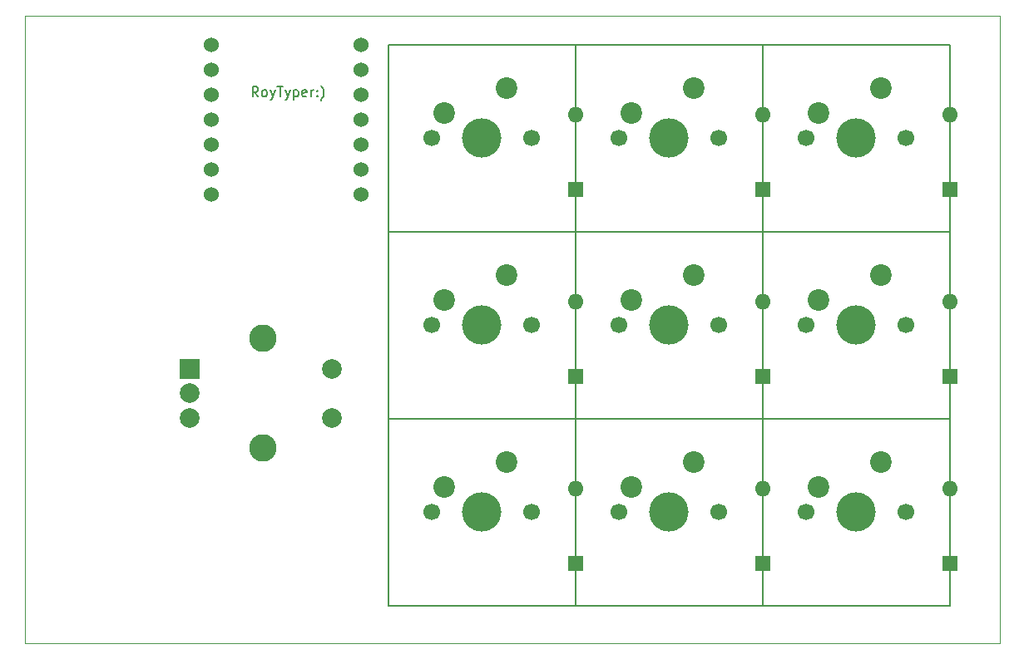
<source format=gbr>
%TF.GenerationSoftware,KiCad,Pcbnew,8.0.8*%
%TF.CreationDate,2025-02-16T15:54:53+05:30*%
%TF.ProjectId,RoyTyper,526f7954-7970-4657-922e-6b696361645f,rev?*%
%TF.SameCoordinates,Original*%
%TF.FileFunction,Soldermask,Bot*%
%TF.FilePolarity,Negative*%
%FSLAX46Y46*%
G04 Gerber Fmt 4.6, Leading zero omitted, Abs format (unit mm)*
G04 Created by KiCad (PCBNEW 8.0.8) date 2025-02-16 15:54:53*
%MOMM*%
%LPD*%
G01*
G04 APERTURE LIST*
%ADD10C,1.700000*%
%ADD11C,4.000000*%
%ADD12C,2.200000*%
%ADD13R,2.000000X2.000000*%
%ADD14C,2.000000*%
%ADD15C,2.800000*%
%ADD16C,1.524000*%
%ADD17R,1.600000X1.600000*%
%ADD18O,1.600000X1.600000*%
%ADD19C,0.150000*%
%TA.AperFunction,Profile*%
%ADD20C,0.050000*%
%TD*%
G04 APERTURE END LIST*
D10*
%TO.C,SW3*%
X132770000Y-69850000D03*
D11*
X137850000Y-69850000D03*
D10*
X142930000Y-69850000D03*
D12*
X140390000Y-64770000D03*
X134040000Y-67310000D03*
%TD*%
D10*
%TO.C,SW6*%
X132770000Y-88900000D03*
D11*
X137850000Y-88900000D03*
D10*
X142930000Y-88900000D03*
D12*
X140390000Y-83820000D03*
X134040000Y-86360000D03*
%TD*%
D10*
%TO.C,SW1*%
X94670000Y-69850000D03*
D11*
X99750000Y-69850000D03*
D10*
X104830000Y-69850000D03*
D12*
X102290000Y-64770000D03*
X95940000Y-67310000D03*
%TD*%
D10*
%TO.C,SW4*%
X94670000Y-88900000D03*
D11*
X99750000Y-88900000D03*
D10*
X104830000Y-88900000D03*
D12*
X102290000Y-83820000D03*
X95940000Y-86360000D03*
%TD*%
D10*
%TO.C,SW5*%
X113720000Y-88900000D03*
D11*
X118800000Y-88900000D03*
D10*
X123880000Y-88900000D03*
D12*
X121340000Y-83820000D03*
X114990000Y-86360000D03*
%TD*%
D10*
%TO.C,SW2*%
X113720000Y-69850000D03*
D11*
X118800000Y-69850000D03*
D10*
X123880000Y-69850000D03*
D12*
X121340000Y-64770000D03*
X114990000Y-67310000D03*
%TD*%
D13*
%TO.C,SW11*%
X69975000Y-93325000D03*
D14*
X69975000Y-98325000D03*
X69975000Y-95825000D03*
D15*
X77475000Y-90225000D03*
X77475000Y-101425000D03*
D14*
X84475000Y-93325000D03*
X84475000Y-98325000D03*
%TD*%
D10*
%TO.C,SW9*%
X132770000Y-107950000D03*
D11*
X137850000Y-107950000D03*
D10*
X142930000Y-107950000D03*
D12*
X140390000Y-102870000D03*
X134040000Y-105410000D03*
%TD*%
D10*
%TO.C,SW7*%
X94670000Y-107950000D03*
D11*
X99750000Y-107950000D03*
D10*
X104830000Y-107950000D03*
D12*
X102290000Y-102870000D03*
X95940000Y-105410000D03*
%TD*%
D10*
%TO.C,SW8*%
X113720000Y-107950000D03*
D11*
X118800000Y-107950000D03*
D10*
X123880000Y-107950000D03*
D12*
X121340000Y-102870000D03*
X114990000Y-105410000D03*
%TD*%
D16*
%TO.C,U1*%
X72225000Y-60325000D03*
X72225000Y-62865000D03*
X72225000Y-65405000D03*
X72225000Y-67945000D03*
X72225000Y-70485000D03*
X72225000Y-73025000D03*
X72225000Y-75565000D03*
X87465000Y-75565000D03*
X87465000Y-73025000D03*
X87465000Y-70485000D03*
X87465000Y-67945000D03*
X87465000Y-65405000D03*
X87465000Y-62865000D03*
X87465000Y-60325000D03*
%TD*%
D17*
%TO.C,D8*%
X128325000Y-113188750D03*
D18*
X128325000Y-105568750D03*
%TD*%
D17*
%TO.C,D7*%
X109275000Y-113188750D03*
D18*
X109275000Y-105568750D03*
%TD*%
D17*
%TO.C,D3*%
X147375000Y-75088750D03*
D18*
X147375000Y-67468750D03*
%TD*%
D17*
%TO.C,D9*%
X147375000Y-113188750D03*
D18*
X147375000Y-105568750D03*
%TD*%
D17*
%TO.C,D6*%
X147375000Y-94138750D03*
D18*
X147375000Y-86518750D03*
%TD*%
D17*
%TO.C,D2*%
X128325000Y-75088750D03*
D18*
X128325000Y-67468750D03*
%TD*%
D17*
%TO.C,D5*%
X128325000Y-94138750D03*
D18*
X128325000Y-86518750D03*
%TD*%
D17*
%TO.C,D1*%
X109275000Y-75088750D03*
D18*
X109275000Y-67468750D03*
%TD*%
D17*
%TO.C,D4*%
X109275000Y-94138750D03*
D18*
X109275000Y-86518750D03*
%TD*%
D19*
%TO.C,SW3*%
X128325000Y-60325000D02*
X147375000Y-60325000D01*
X128325000Y-79375000D02*
X128325000Y-60325000D01*
X147375000Y-60325000D02*
X147375000Y-79375000D01*
X147375000Y-79375000D02*
X128325000Y-79375000D01*
%TO.C,SW6*%
X128325000Y-79375000D02*
X147375000Y-79375000D01*
X128325000Y-98425000D02*
X128325000Y-79375000D01*
X147375000Y-79375000D02*
X147375000Y-98425000D01*
X147375000Y-98425000D02*
X128325000Y-98425000D01*
%TO.C,SW1*%
X90225000Y-60325000D02*
X109275000Y-60325000D01*
X90225000Y-79375000D02*
X90225000Y-60325000D01*
X109275000Y-60325000D02*
X109275000Y-79375000D01*
X109275000Y-79375000D02*
X90225000Y-79375000D01*
%TO.C,SW4*%
X90225000Y-79375000D02*
X109275000Y-79375000D01*
X90225000Y-98425000D02*
X90225000Y-79375000D01*
X109275000Y-79375000D02*
X109275000Y-98425000D01*
X109275000Y-98425000D02*
X90225000Y-98425000D01*
%TO.C,SW5*%
X109275000Y-79375000D02*
X128325000Y-79375000D01*
X109275000Y-98425000D02*
X109275000Y-79375000D01*
X128325000Y-79375000D02*
X128325000Y-98425000D01*
X128325000Y-98425000D02*
X109275000Y-98425000D01*
%TO.C,SW2*%
X109275000Y-60325000D02*
X128325000Y-60325000D01*
X109275000Y-79375000D02*
X109275000Y-60325000D01*
X128325000Y-60325000D02*
X128325000Y-79375000D01*
X128325000Y-79375000D02*
X109275000Y-79375000D01*
%TO.C,SW9*%
X128325000Y-98425000D02*
X147375000Y-98425000D01*
X128325000Y-117475000D02*
X128325000Y-98425000D01*
X147375000Y-98425000D02*
X147375000Y-117475000D01*
X147375000Y-117475000D02*
X128325000Y-117475000D01*
%TO.C,SW7*%
X90225000Y-98425000D02*
X109275000Y-98425000D01*
X90225000Y-117475000D02*
X90225000Y-98425000D01*
X109275000Y-98425000D02*
X109275000Y-117475000D01*
X109275000Y-117475000D02*
X90225000Y-117475000D01*
%TO.C,SW8*%
X109275000Y-98425000D02*
X128325000Y-98425000D01*
X109275000Y-117475000D02*
X109275000Y-98425000D01*
X128325000Y-98425000D02*
X128325000Y-117475000D01*
X128325000Y-117475000D02*
X109275000Y-117475000D01*
%TD*%
D20*
X53215000Y-57345000D02*
X152445000Y-57345000D01*
X152445000Y-121285000D01*
X53215000Y-121285000D01*
X53215000Y-57345000D01*
D19*
X76983207Y-65604819D02*
X76649874Y-65128628D01*
X76411779Y-65604819D02*
X76411779Y-64604819D01*
X76411779Y-64604819D02*
X76792731Y-64604819D01*
X76792731Y-64604819D02*
X76887969Y-64652438D01*
X76887969Y-64652438D02*
X76935588Y-64700057D01*
X76935588Y-64700057D02*
X76983207Y-64795295D01*
X76983207Y-64795295D02*
X76983207Y-64938152D01*
X76983207Y-64938152D02*
X76935588Y-65033390D01*
X76935588Y-65033390D02*
X76887969Y-65081009D01*
X76887969Y-65081009D02*
X76792731Y-65128628D01*
X76792731Y-65128628D02*
X76411779Y-65128628D01*
X77554636Y-65604819D02*
X77459398Y-65557200D01*
X77459398Y-65557200D02*
X77411779Y-65509580D01*
X77411779Y-65509580D02*
X77364160Y-65414342D01*
X77364160Y-65414342D02*
X77364160Y-65128628D01*
X77364160Y-65128628D02*
X77411779Y-65033390D01*
X77411779Y-65033390D02*
X77459398Y-64985771D01*
X77459398Y-64985771D02*
X77554636Y-64938152D01*
X77554636Y-64938152D02*
X77697493Y-64938152D01*
X77697493Y-64938152D02*
X77792731Y-64985771D01*
X77792731Y-64985771D02*
X77840350Y-65033390D01*
X77840350Y-65033390D02*
X77887969Y-65128628D01*
X77887969Y-65128628D02*
X77887969Y-65414342D01*
X77887969Y-65414342D02*
X77840350Y-65509580D01*
X77840350Y-65509580D02*
X77792731Y-65557200D01*
X77792731Y-65557200D02*
X77697493Y-65604819D01*
X77697493Y-65604819D02*
X77554636Y-65604819D01*
X78221303Y-64938152D02*
X78459398Y-65604819D01*
X78697493Y-64938152D02*
X78459398Y-65604819D01*
X78459398Y-65604819D02*
X78364160Y-65842914D01*
X78364160Y-65842914D02*
X78316541Y-65890533D01*
X78316541Y-65890533D02*
X78221303Y-65938152D01*
X78935589Y-64604819D02*
X79507017Y-64604819D01*
X79221303Y-65604819D02*
X79221303Y-64604819D01*
X79745113Y-64938152D02*
X79983208Y-65604819D01*
X80221303Y-64938152D02*
X79983208Y-65604819D01*
X79983208Y-65604819D02*
X79887970Y-65842914D01*
X79887970Y-65842914D02*
X79840351Y-65890533D01*
X79840351Y-65890533D02*
X79745113Y-65938152D01*
X80602256Y-64938152D02*
X80602256Y-65938152D01*
X80602256Y-64985771D02*
X80697494Y-64938152D01*
X80697494Y-64938152D02*
X80887970Y-64938152D01*
X80887970Y-64938152D02*
X80983208Y-64985771D01*
X80983208Y-64985771D02*
X81030827Y-65033390D01*
X81030827Y-65033390D02*
X81078446Y-65128628D01*
X81078446Y-65128628D02*
X81078446Y-65414342D01*
X81078446Y-65414342D02*
X81030827Y-65509580D01*
X81030827Y-65509580D02*
X80983208Y-65557200D01*
X80983208Y-65557200D02*
X80887970Y-65604819D01*
X80887970Y-65604819D02*
X80697494Y-65604819D01*
X80697494Y-65604819D02*
X80602256Y-65557200D01*
X81887970Y-65557200D02*
X81792732Y-65604819D01*
X81792732Y-65604819D02*
X81602256Y-65604819D01*
X81602256Y-65604819D02*
X81507018Y-65557200D01*
X81507018Y-65557200D02*
X81459399Y-65461961D01*
X81459399Y-65461961D02*
X81459399Y-65081009D01*
X81459399Y-65081009D02*
X81507018Y-64985771D01*
X81507018Y-64985771D02*
X81602256Y-64938152D01*
X81602256Y-64938152D02*
X81792732Y-64938152D01*
X81792732Y-64938152D02*
X81887970Y-64985771D01*
X81887970Y-64985771D02*
X81935589Y-65081009D01*
X81935589Y-65081009D02*
X81935589Y-65176247D01*
X81935589Y-65176247D02*
X81459399Y-65271485D01*
X82364161Y-65604819D02*
X82364161Y-64938152D01*
X82364161Y-65128628D02*
X82411780Y-65033390D01*
X82411780Y-65033390D02*
X82459399Y-64985771D01*
X82459399Y-64985771D02*
X82554637Y-64938152D01*
X82554637Y-64938152D02*
X82649875Y-64938152D01*
X82983209Y-65509580D02*
X83030828Y-65557200D01*
X83030828Y-65557200D02*
X82983209Y-65604819D01*
X82983209Y-65604819D02*
X82935590Y-65557200D01*
X82935590Y-65557200D02*
X82983209Y-65509580D01*
X82983209Y-65509580D02*
X82983209Y-65604819D01*
X82983209Y-64985771D02*
X83030828Y-65033390D01*
X83030828Y-65033390D02*
X82983209Y-65081009D01*
X82983209Y-65081009D02*
X82935590Y-65033390D01*
X82935590Y-65033390D02*
X82983209Y-64985771D01*
X82983209Y-64985771D02*
X82983209Y-65081009D01*
X83364161Y-65985771D02*
X83411780Y-65938152D01*
X83411780Y-65938152D02*
X83507018Y-65795295D01*
X83507018Y-65795295D02*
X83554637Y-65700057D01*
X83554637Y-65700057D02*
X83602256Y-65557200D01*
X83602256Y-65557200D02*
X83649875Y-65319104D01*
X83649875Y-65319104D02*
X83649875Y-65128628D01*
X83649875Y-65128628D02*
X83602256Y-64890533D01*
X83602256Y-64890533D02*
X83554637Y-64747676D01*
X83554637Y-64747676D02*
X83507018Y-64652438D01*
X83507018Y-64652438D02*
X83411780Y-64509580D01*
X83411780Y-64509580D02*
X83364161Y-64461961D01*
M02*

</source>
